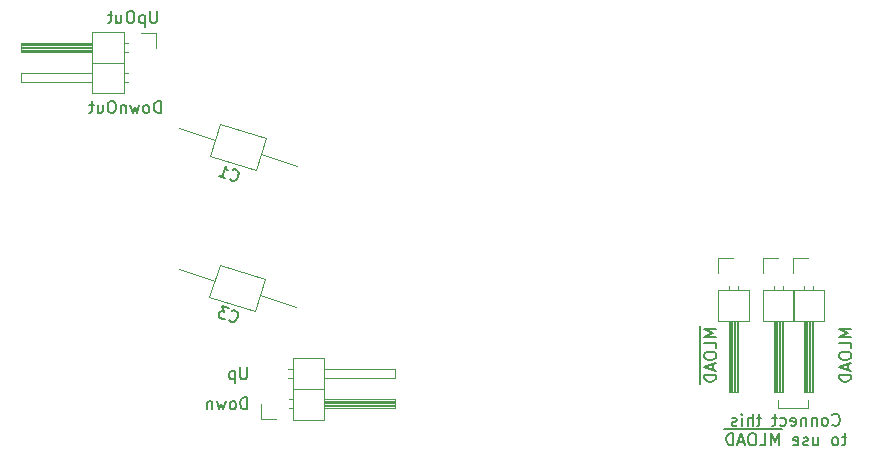
<source format=gbr>
%TF.GenerationSoftware,KiCad,Pcbnew,(5.1.8)-1*%
%TF.CreationDate,2025-01-30T22:58:19+03:00*%
%TF.ProjectId,Reg,5265672e-6b69-4636-9164-5f7063625858,rev?*%
%TF.SameCoordinates,Original*%
%TF.FileFunction,Legend,Bot*%
%TF.FilePolarity,Positive*%
%FSLAX46Y46*%
G04 Gerber Fmt 4.6, Leading zero omitted, Abs format (unit mm)*
G04 Created by KiCad (PCBNEW (5.1.8)-1) date 2025-01-30 22:58:19*
%MOMM*%
%LPD*%
G01*
G04 APERTURE LIST*
%ADD10C,0.120000*%
%ADD11C,0.150000*%
G04 APERTURE END LIST*
D10*
X113665000Y-48260000D02*
X113665000Y-47625000D01*
X116205000Y-48260000D02*
X113665000Y-48260000D01*
X116205000Y-47625000D02*
X116205000Y-48260000D01*
D11*
X118252380Y-49697142D02*
X118300000Y-49744761D01*
X118442857Y-49792380D01*
X118538095Y-49792380D01*
X118680952Y-49744761D01*
X118776190Y-49649523D01*
X118823809Y-49554285D01*
X118871428Y-49363809D01*
X118871428Y-49220952D01*
X118823809Y-49030476D01*
X118776190Y-48935238D01*
X118680952Y-48840000D01*
X118538095Y-48792380D01*
X118442857Y-48792380D01*
X118300000Y-48840000D01*
X118252380Y-48887619D01*
X117680952Y-49792380D02*
X117776190Y-49744761D01*
X117823809Y-49697142D01*
X117871428Y-49601904D01*
X117871428Y-49316190D01*
X117823809Y-49220952D01*
X117776190Y-49173333D01*
X117680952Y-49125714D01*
X117538095Y-49125714D01*
X117442857Y-49173333D01*
X117395238Y-49220952D01*
X117347619Y-49316190D01*
X117347619Y-49601904D01*
X117395238Y-49697142D01*
X117442857Y-49744761D01*
X117538095Y-49792380D01*
X117680952Y-49792380D01*
X116919047Y-49125714D02*
X116919047Y-49792380D01*
X116919047Y-49220952D02*
X116871428Y-49173333D01*
X116776190Y-49125714D01*
X116633333Y-49125714D01*
X116538095Y-49173333D01*
X116490476Y-49268571D01*
X116490476Y-49792380D01*
X116014285Y-49125714D02*
X116014285Y-49792380D01*
X116014285Y-49220952D02*
X115966666Y-49173333D01*
X115871428Y-49125714D01*
X115728571Y-49125714D01*
X115633333Y-49173333D01*
X115585714Y-49268571D01*
X115585714Y-49792380D01*
X114728571Y-49744761D02*
X114823809Y-49792380D01*
X115014285Y-49792380D01*
X115109523Y-49744761D01*
X115157142Y-49649523D01*
X115157142Y-49268571D01*
X115109523Y-49173333D01*
X115014285Y-49125714D01*
X114823809Y-49125714D01*
X114728571Y-49173333D01*
X114680952Y-49268571D01*
X114680952Y-49363809D01*
X115157142Y-49459047D01*
X113823809Y-49744761D02*
X113919047Y-49792380D01*
X114109523Y-49792380D01*
X114204761Y-49744761D01*
X114252380Y-49697142D01*
X114300000Y-49601904D01*
X114300000Y-49316190D01*
X114252380Y-49220952D01*
X114204761Y-49173333D01*
X114109523Y-49125714D01*
X113919047Y-49125714D01*
X113823809Y-49173333D01*
X113538095Y-49125714D02*
X113157142Y-49125714D01*
X113395238Y-48792380D02*
X113395238Y-49649523D01*
X113347619Y-49744761D01*
X113252380Y-49792380D01*
X113157142Y-49792380D01*
X112204761Y-49125714D02*
X111823809Y-49125714D01*
X112061904Y-48792380D02*
X112061904Y-49649523D01*
X112014285Y-49744761D01*
X111919047Y-49792380D01*
X111823809Y-49792380D01*
X111490476Y-49792380D02*
X111490476Y-48792380D01*
X111061904Y-49792380D02*
X111061904Y-49268571D01*
X111109523Y-49173333D01*
X111204761Y-49125714D01*
X111347619Y-49125714D01*
X111442857Y-49173333D01*
X111490476Y-49220952D01*
X110585714Y-49792380D02*
X110585714Y-49125714D01*
X110585714Y-48792380D02*
X110633333Y-48840000D01*
X110585714Y-48887619D01*
X110538095Y-48840000D01*
X110585714Y-48792380D01*
X110585714Y-48887619D01*
X110157142Y-49744761D02*
X110061904Y-49792380D01*
X109871428Y-49792380D01*
X109776190Y-49744761D01*
X109728571Y-49649523D01*
X109728571Y-49601904D01*
X109776190Y-49506666D01*
X109871428Y-49459047D01*
X110014285Y-49459047D01*
X110109523Y-49411428D01*
X110157142Y-49316190D01*
X110157142Y-49268571D01*
X110109523Y-49173333D01*
X110014285Y-49125714D01*
X109871428Y-49125714D01*
X109776190Y-49173333D01*
X119419047Y-50775714D02*
X119038095Y-50775714D01*
X119276190Y-50442380D02*
X119276190Y-51299523D01*
X119228571Y-51394761D01*
X119133333Y-51442380D01*
X119038095Y-51442380D01*
X118561904Y-51442380D02*
X118657142Y-51394761D01*
X118704761Y-51347142D01*
X118752380Y-51251904D01*
X118752380Y-50966190D01*
X118704761Y-50870952D01*
X118657142Y-50823333D01*
X118561904Y-50775714D01*
X118419047Y-50775714D01*
X118323809Y-50823333D01*
X118276190Y-50870952D01*
X118228571Y-50966190D01*
X118228571Y-51251904D01*
X118276190Y-51347142D01*
X118323809Y-51394761D01*
X118419047Y-51442380D01*
X118561904Y-51442380D01*
X116609523Y-50775714D02*
X116609523Y-51442380D01*
X117038095Y-50775714D02*
X117038095Y-51299523D01*
X116990476Y-51394761D01*
X116895238Y-51442380D01*
X116752380Y-51442380D01*
X116657142Y-51394761D01*
X116609523Y-51347142D01*
X116180952Y-51394761D02*
X116085714Y-51442380D01*
X115895238Y-51442380D01*
X115800000Y-51394761D01*
X115752380Y-51299523D01*
X115752380Y-51251904D01*
X115800000Y-51156666D01*
X115895238Y-51109047D01*
X116038095Y-51109047D01*
X116133333Y-51061428D01*
X116180952Y-50966190D01*
X116180952Y-50918571D01*
X116133333Y-50823333D01*
X116038095Y-50775714D01*
X115895238Y-50775714D01*
X115800000Y-50823333D01*
X114942857Y-51394761D02*
X115038095Y-51442380D01*
X115228571Y-51442380D01*
X115323809Y-51394761D01*
X115371428Y-51299523D01*
X115371428Y-50918571D01*
X115323809Y-50823333D01*
X115228571Y-50775714D01*
X115038095Y-50775714D01*
X114942857Y-50823333D01*
X114895238Y-50918571D01*
X114895238Y-51013809D01*
X115371428Y-51109047D01*
X113942857Y-50075000D02*
X112800000Y-50075000D01*
X113704761Y-51442380D02*
X113704761Y-50442380D01*
X113371428Y-51156666D01*
X113038095Y-50442380D01*
X113038095Y-51442380D01*
X112800000Y-50075000D02*
X111990476Y-50075000D01*
X112085714Y-51442380D02*
X112561904Y-51442380D01*
X112561904Y-50442380D01*
X111990476Y-50075000D02*
X110942857Y-50075000D01*
X111561904Y-50442380D02*
X111371428Y-50442380D01*
X111276190Y-50490000D01*
X111180952Y-50585238D01*
X111133333Y-50775714D01*
X111133333Y-51109047D01*
X111180952Y-51299523D01*
X111276190Y-51394761D01*
X111371428Y-51442380D01*
X111561904Y-51442380D01*
X111657142Y-51394761D01*
X111752380Y-51299523D01*
X111800000Y-51109047D01*
X111800000Y-50775714D01*
X111752380Y-50585238D01*
X111657142Y-50490000D01*
X111561904Y-50442380D01*
X110942857Y-50075000D02*
X110085714Y-50075000D01*
X110752380Y-51156666D02*
X110276190Y-51156666D01*
X110847619Y-51442380D02*
X110514285Y-50442380D01*
X110180952Y-51442380D01*
X110085714Y-50075000D02*
X109085714Y-50075000D01*
X109847619Y-51442380D02*
X109847619Y-50442380D01*
X109609523Y-50442380D01*
X109466666Y-50490000D01*
X109371428Y-50585238D01*
X109323809Y-50680476D01*
X109276190Y-50870952D01*
X109276190Y-51013809D01*
X109323809Y-51204285D01*
X109371428Y-51299523D01*
X109466666Y-51394761D01*
X109609523Y-51442380D01*
X109847619Y-51442380D01*
X107035000Y-41386428D02*
X107035000Y-42529285D01*
X108402380Y-41624523D02*
X107402380Y-41624523D01*
X108116666Y-41957857D01*
X107402380Y-42291190D01*
X108402380Y-42291190D01*
X107035000Y-42529285D02*
X107035000Y-43338809D01*
X108402380Y-43243571D02*
X108402380Y-42767380D01*
X107402380Y-42767380D01*
X107035000Y-43338809D02*
X107035000Y-44386428D01*
X107402380Y-43767380D02*
X107402380Y-43957857D01*
X107450000Y-44053095D01*
X107545238Y-44148333D01*
X107735714Y-44195952D01*
X108069047Y-44195952D01*
X108259523Y-44148333D01*
X108354761Y-44053095D01*
X108402380Y-43957857D01*
X108402380Y-43767380D01*
X108354761Y-43672142D01*
X108259523Y-43576904D01*
X108069047Y-43529285D01*
X107735714Y-43529285D01*
X107545238Y-43576904D01*
X107450000Y-43672142D01*
X107402380Y-43767380D01*
X107035000Y-44386428D02*
X107035000Y-45243571D01*
X108116666Y-44576904D02*
X108116666Y-45053095D01*
X108402380Y-44481666D02*
X107402380Y-44815000D01*
X108402380Y-45148333D01*
X107035000Y-45243571D02*
X107035000Y-46243571D01*
X108402380Y-45481666D02*
X107402380Y-45481666D01*
X107402380Y-45719761D01*
X107450000Y-45862619D01*
X107545238Y-45957857D01*
X107640476Y-46005476D01*
X107830952Y-46053095D01*
X107973809Y-46053095D01*
X108164285Y-46005476D01*
X108259523Y-45957857D01*
X108354761Y-45862619D01*
X108402380Y-45719761D01*
X108402380Y-45481666D01*
X119832380Y-41624523D02*
X118832380Y-41624523D01*
X119546666Y-41957857D01*
X118832380Y-42291190D01*
X119832380Y-42291190D01*
X119832380Y-43243571D02*
X119832380Y-42767380D01*
X118832380Y-42767380D01*
X118832380Y-43767380D02*
X118832380Y-43957857D01*
X118880000Y-44053095D01*
X118975238Y-44148333D01*
X119165714Y-44195952D01*
X119499047Y-44195952D01*
X119689523Y-44148333D01*
X119784761Y-44053095D01*
X119832380Y-43957857D01*
X119832380Y-43767380D01*
X119784761Y-43672142D01*
X119689523Y-43576904D01*
X119499047Y-43529285D01*
X119165714Y-43529285D01*
X118975238Y-43576904D01*
X118880000Y-43672142D01*
X118832380Y-43767380D01*
X119546666Y-44576904D02*
X119546666Y-45053095D01*
X119832380Y-44481666D02*
X118832380Y-44815000D01*
X119832380Y-45148333D01*
X119832380Y-45481666D02*
X118832380Y-45481666D01*
X118832380Y-45719761D01*
X118880000Y-45862619D01*
X118975238Y-45957857D01*
X119070476Y-46005476D01*
X119260952Y-46053095D01*
X119403809Y-46053095D01*
X119594285Y-46005476D01*
X119689523Y-45957857D01*
X119784761Y-45862619D01*
X119832380Y-45719761D01*
X119832380Y-45481666D01*
X68682976Y-48394880D02*
X68682976Y-47394880D01*
X68444880Y-47394880D01*
X68302023Y-47442500D01*
X68206785Y-47537738D01*
X68159166Y-47632976D01*
X68111547Y-47823452D01*
X68111547Y-47966309D01*
X68159166Y-48156785D01*
X68206785Y-48252023D01*
X68302023Y-48347261D01*
X68444880Y-48394880D01*
X68682976Y-48394880D01*
X67540119Y-48394880D02*
X67635357Y-48347261D01*
X67682976Y-48299642D01*
X67730595Y-48204404D01*
X67730595Y-47918690D01*
X67682976Y-47823452D01*
X67635357Y-47775833D01*
X67540119Y-47728214D01*
X67397261Y-47728214D01*
X67302023Y-47775833D01*
X67254404Y-47823452D01*
X67206785Y-47918690D01*
X67206785Y-48204404D01*
X67254404Y-48299642D01*
X67302023Y-48347261D01*
X67397261Y-48394880D01*
X67540119Y-48394880D01*
X66873452Y-47728214D02*
X66682976Y-48394880D01*
X66492500Y-47918690D01*
X66302023Y-48394880D01*
X66111547Y-47728214D01*
X65730595Y-47728214D02*
X65730595Y-48394880D01*
X65730595Y-47823452D02*
X65682976Y-47775833D01*
X65587738Y-47728214D01*
X65444880Y-47728214D01*
X65349642Y-47775833D01*
X65302023Y-47871071D01*
X65302023Y-48394880D01*
X68683095Y-44854880D02*
X68683095Y-45664404D01*
X68635476Y-45759642D01*
X68587857Y-45807261D01*
X68492619Y-45854880D01*
X68302142Y-45854880D01*
X68206904Y-45807261D01*
X68159285Y-45759642D01*
X68111666Y-45664404D01*
X68111666Y-44854880D01*
X67635476Y-45188214D02*
X67635476Y-46188214D01*
X67635476Y-45235833D02*
X67540238Y-45188214D01*
X67349761Y-45188214D01*
X67254523Y-45235833D01*
X67206904Y-45283452D01*
X67159285Y-45378690D01*
X67159285Y-45664404D01*
X67206904Y-45759642D01*
X67254523Y-45807261D01*
X67349761Y-45854880D01*
X67540238Y-45854880D01*
X67635476Y-45807261D01*
X61055000Y-14692380D02*
X61055000Y-15501904D01*
X61007380Y-15597142D01*
X60959761Y-15644761D01*
X60864523Y-15692380D01*
X60674047Y-15692380D01*
X60578809Y-15644761D01*
X60531190Y-15597142D01*
X60483571Y-15501904D01*
X60483571Y-14692380D01*
X60007380Y-15025714D02*
X60007380Y-16025714D01*
X60007380Y-15073333D02*
X59912142Y-15025714D01*
X59721666Y-15025714D01*
X59626428Y-15073333D01*
X59578809Y-15120952D01*
X59531190Y-15216190D01*
X59531190Y-15501904D01*
X59578809Y-15597142D01*
X59626428Y-15644761D01*
X59721666Y-15692380D01*
X59912142Y-15692380D01*
X60007380Y-15644761D01*
X58912142Y-14692380D02*
X58721666Y-14692380D01*
X58626428Y-14740000D01*
X58531190Y-14835238D01*
X58483571Y-15025714D01*
X58483571Y-15359047D01*
X58531190Y-15549523D01*
X58626428Y-15644761D01*
X58721666Y-15692380D01*
X58912142Y-15692380D01*
X59007380Y-15644761D01*
X59102619Y-15549523D01*
X59150238Y-15359047D01*
X59150238Y-15025714D01*
X59102619Y-14835238D01*
X59007380Y-14740000D01*
X58912142Y-14692380D01*
X57626428Y-15025714D02*
X57626428Y-15692380D01*
X58055000Y-15025714D02*
X58055000Y-15549523D01*
X58007380Y-15644761D01*
X57912142Y-15692380D01*
X57769285Y-15692380D01*
X57674047Y-15644761D01*
X57626428Y-15597142D01*
X57293095Y-15025714D02*
X56912142Y-15025714D01*
X57150238Y-14692380D02*
X57150238Y-15549523D01*
X57102619Y-15644761D01*
X57007380Y-15692380D01*
X56912142Y-15692380D01*
X61372380Y-23312380D02*
X61372380Y-22312380D01*
X61134285Y-22312380D01*
X60991428Y-22360000D01*
X60896190Y-22455238D01*
X60848571Y-22550476D01*
X60800952Y-22740952D01*
X60800952Y-22883809D01*
X60848571Y-23074285D01*
X60896190Y-23169523D01*
X60991428Y-23264761D01*
X61134285Y-23312380D01*
X61372380Y-23312380D01*
X60229523Y-23312380D02*
X60324761Y-23264761D01*
X60372380Y-23217142D01*
X60420000Y-23121904D01*
X60420000Y-22836190D01*
X60372380Y-22740952D01*
X60324761Y-22693333D01*
X60229523Y-22645714D01*
X60086666Y-22645714D01*
X59991428Y-22693333D01*
X59943809Y-22740952D01*
X59896190Y-22836190D01*
X59896190Y-23121904D01*
X59943809Y-23217142D01*
X59991428Y-23264761D01*
X60086666Y-23312380D01*
X60229523Y-23312380D01*
X59562857Y-22645714D02*
X59372380Y-23312380D01*
X59181904Y-22836190D01*
X58991428Y-23312380D01*
X58800952Y-22645714D01*
X58420000Y-22645714D02*
X58420000Y-23312380D01*
X58420000Y-22740952D02*
X58372380Y-22693333D01*
X58277142Y-22645714D01*
X58134285Y-22645714D01*
X58039047Y-22693333D01*
X57991428Y-22788571D01*
X57991428Y-23312380D01*
X57324761Y-22312380D02*
X57134285Y-22312380D01*
X57039047Y-22360000D01*
X56943809Y-22455238D01*
X56896190Y-22645714D01*
X56896190Y-22979047D01*
X56943809Y-23169523D01*
X57039047Y-23264761D01*
X57134285Y-23312380D01*
X57324761Y-23312380D01*
X57420000Y-23264761D01*
X57515238Y-23169523D01*
X57562857Y-22979047D01*
X57562857Y-22645714D01*
X57515238Y-22455238D01*
X57420000Y-22360000D01*
X57324761Y-22312380D01*
X56039047Y-22645714D02*
X56039047Y-23312380D01*
X56467619Y-22645714D02*
X56467619Y-23169523D01*
X56420000Y-23264761D01*
X56324761Y-23312380D01*
X56181904Y-23312380D01*
X56086666Y-23264761D01*
X56039047Y-23217142D01*
X55705714Y-22645714D02*
X55324761Y-22645714D01*
X55562857Y-22312380D02*
X55562857Y-23169523D01*
X55515238Y-23264761D01*
X55420000Y-23312380D01*
X55324761Y-23312380D01*
D10*
%TO.C,J10*%
X112335000Y-38270000D02*
X114995000Y-38270000D01*
X114995000Y-38270000D02*
X114995000Y-40930000D01*
X114995000Y-40930000D02*
X112335000Y-40930000D01*
X112335000Y-40930000D02*
X112335000Y-38270000D01*
X113285000Y-40930000D02*
X113285000Y-46930000D01*
X113285000Y-46930000D02*
X114045000Y-46930000D01*
X114045000Y-46930000D02*
X114045000Y-40930000D01*
X113345000Y-40930000D02*
X113345000Y-46930000D01*
X113465000Y-40930000D02*
X113465000Y-46930000D01*
X113585000Y-40930000D02*
X113585000Y-46930000D01*
X113705000Y-40930000D02*
X113705000Y-46930000D01*
X113825000Y-40930000D02*
X113825000Y-46930000D01*
X113945000Y-40930000D02*
X113945000Y-46930000D01*
X113285000Y-37940000D02*
X113285000Y-38270000D01*
X114045000Y-37940000D02*
X114045000Y-38270000D01*
X113665000Y-35560000D02*
X112395000Y-35560000D01*
X112395000Y-35560000D02*
X112395000Y-36830000D01*
%TO.C,J9*%
X108525000Y-38270000D02*
X111185000Y-38270000D01*
X111185000Y-38270000D02*
X111185000Y-40930000D01*
X111185000Y-40930000D02*
X108525000Y-40930000D01*
X108525000Y-40930000D02*
X108525000Y-38270000D01*
X109475000Y-40930000D02*
X109475000Y-46930000D01*
X109475000Y-46930000D02*
X110235000Y-46930000D01*
X110235000Y-46930000D02*
X110235000Y-40930000D01*
X109535000Y-40930000D02*
X109535000Y-46930000D01*
X109655000Y-40930000D02*
X109655000Y-46930000D01*
X109775000Y-40930000D02*
X109775000Y-46930000D01*
X109895000Y-40930000D02*
X109895000Y-46930000D01*
X110015000Y-40930000D02*
X110015000Y-46930000D01*
X110135000Y-40930000D02*
X110135000Y-46930000D01*
X109475000Y-37940000D02*
X109475000Y-38270000D01*
X110235000Y-37940000D02*
X110235000Y-38270000D01*
X109855000Y-35560000D02*
X108585000Y-35560000D01*
X108585000Y-35560000D02*
X108585000Y-36830000D01*
%TO.C,J8*%
X114935000Y-35560000D02*
X114935000Y-36830000D01*
X116205000Y-35560000D02*
X114935000Y-35560000D01*
X116585000Y-37940000D02*
X116585000Y-38270000D01*
X115825000Y-37940000D02*
X115825000Y-38270000D01*
X116485000Y-40930000D02*
X116485000Y-46930000D01*
X116365000Y-40930000D02*
X116365000Y-46930000D01*
X116245000Y-40930000D02*
X116245000Y-46930000D01*
X116125000Y-40930000D02*
X116125000Y-46930000D01*
X116005000Y-40930000D02*
X116005000Y-46930000D01*
X115885000Y-40930000D02*
X115885000Y-46930000D01*
X116585000Y-46930000D02*
X116585000Y-40930000D01*
X115825000Y-46930000D02*
X116585000Y-46930000D01*
X115825000Y-40930000D02*
X115825000Y-46930000D01*
X114875000Y-40930000D02*
X114875000Y-38270000D01*
X117535000Y-40930000D02*
X114875000Y-40930000D01*
X117535000Y-38270000D02*
X117535000Y-40930000D01*
X114875000Y-38270000D02*
X117535000Y-38270000D01*
%TO.C,C3*%
X65496665Y-38852642D02*
X66374273Y-36151642D01*
X66374273Y-36151642D02*
X70216542Y-37400070D01*
X70216542Y-37400070D02*
X69338933Y-40101071D01*
X69338933Y-40101071D02*
X65496665Y-38852642D01*
X62901599Y-36516378D02*
X65935469Y-37502142D01*
X72811608Y-39736335D02*
X69777737Y-38750571D01*
%TO.C,C1*%
X72875108Y-27798335D02*
X69841237Y-26812571D01*
X62965099Y-24578378D02*
X65998969Y-25564142D01*
X69402433Y-28163071D02*
X65560165Y-26914642D01*
X70280042Y-25462070D02*
X69402433Y-28163071D01*
X66437773Y-24213642D02*
X70280042Y-25462070D01*
X65560165Y-26914642D02*
X66437773Y-24213642D01*
%TO.C,J5*%
X58250000Y-16450000D02*
X58250000Y-21650000D01*
X58250000Y-21650000D02*
X55590000Y-21650000D01*
X55590000Y-21650000D02*
X55590000Y-16450000D01*
X55590000Y-16450000D02*
X58250000Y-16450000D01*
X55590000Y-17400000D02*
X49590000Y-17400000D01*
X49590000Y-17400000D02*
X49590000Y-18160000D01*
X49590000Y-18160000D02*
X55590000Y-18160000D01*
X55590000Y-17460000D02*
X49590000Y-17460000D01*
X55590000Y-17580000D02*
X49590000Y-17580000D01*
X55590000Y-17700000D02*
X49590000Y-17700000D01*
X55590000Y-17820000D02*
X49590000Y-17820000D01*
X55590000Y-17940000D02*
X49590000Y-17940000D01*
X55590000Y-18060000D02*
X49590000Y-18060000D01*
X58580000Y-17400000D02*
X58250000Y-17400000D01*
X58580000Y-18160000D02*
X58250000Y-18160000D01*
X58250000Y-19050000D02*
X55590000Y-19050000D01*
X55590000Y-19940000D02*
X49590000Y-19940000D01*
X49590000Y-19940000D02*
X49590000Y-20700000D01*
X49590000Y-20700000D02*
X55590000Y-20700000D01*
X58647071Y-19940000D02*
X58250000Y-19940000D01*
X58647071Y-20700000D02*
X58250000Y-20700000D01*
X60960000Y-17780000D02*
X60960000Y-16510000D01*
X60960000Y-16510000D02*
X59690000Y-16510000D01*
%TO.C,J6*%
X69850000Y-49212500D02*
X71120000Y-49212500D01*
X69850000Y-47942500D02*
X69850000Y-49212500D01*
X72162929Y-45022500D02*
X72560000Y-45022500D01*
X72162929Y-45782500D02*
X72560000Y-45782500D01*
X81220000Y-45022500D02*
X75220000Y-45022500D01*
X81220000Y-45782500D02*
X81220000Y-45022500D01*
X75220000Y-45782500D02*
X81220000Y-45782500D01*
X72560000Y-46672500D02*
X75220000Y-46672500D01*
X72230000Y-47562500D02*
X72560000Y-47562500D01*
X72230000Y-48322500D02*
X72560000Y-48322500D01*
X75220000Y-47662500D02*
X81220000Y-47662500D01*
X75220000Y-47782500D02*
X81220000Y-47782500D01*
X75220000Y-47902500D02*
X81220000Y-47902500D01*
X75220000Y-48022500D02*
X81220000Y-48022500D01*
X75220000Y-48142500D02*
X81220000Y-48142500D01*
X75220000Y-48262500D02*
X81220000Y-48262500D01*
X81220000Y-47562500D02*
X75220000Y-47562500D01*
X81220000Y-48322500D02*
X81220000Y-47562500D01*
X75220000Y-48322500D02*
X81220000Y-48322500D01*
X75220000Y-49272500D02*
X72560000Y-49272500D01*
X75220000Y-44072500D02*
X75220000Y-49272500D01*
X72560000Y-44072500D02*
X75220000Y-44072500D01*
X72560000Y-49272500D02*
X72560000Y-44072500D01*
%TO.C,C3*%
D11*
X67156928Y-40819078D02*
X67187501Y-40879082D01*
X67308651Y-40968516D01*
X67399228Y-40997946D01*
X67549808Y-40996803D01*
X67669815Y-40935656D01*
X67744534Y-40859794D01*
X67848683Y-40693356D01*
X67892828Y-40557491D01*
X67906400Y-40361622D01*
X67890542Y-40256330D01*
X67829395Y-40136323D01*
X67708245Y-40046889D01*
X67617668Y-40017459D01*
X67467088Y-40018602D01*
X67407084Y-40049175D01*
X67119496Y-39855593D02*
X66530746Y-39664297D01*
X66730044Y-40129610D01*
X66594179Y-40085464D01*
X66488887Y-40101323D01*
X66428884Y-40131896D01*
X66354165Y-40207758D01*
X66280590Y-40434200D01*
X66296448Y-40539492D01*
X66327021Y-40599495D01*
X66402883Y-40674214D01*
X66674613Y-40762504D01*
X66779905Y-40746646D01*
X66839909Y-40716073D01*
%TO.C,C1*%
X67220428Y-28881078D02*
X67251001Y-28941082D01*
X67372151Y-29030516D01*
X67462728Y-29059946D01*
X67613308Y-29058803D01*
X67733315Y-28997656D01*
X67808034Y-28921794D01*
X67912183Y-28755356D01*
X67956328Y-28619491D01*
X67969900Y-28423622D01*
X67954042Y-28318330D01*
X67892895Y-28198323D01*
X67771745Y-28108889D01*
X67681168Y-28079459D01*
X67530588Y-28080602D01*
X67470584Y-28111175D01*
X66285229Y-28677353D02*
X66828690Y-28853934D01*
X66556960Y-28765644D02*
X66865977Y-27814587D01*
X66912408Y-27979883D01*
X66973555Y-28099890D01*
X67049417Y-28174608D01*
%TD*%
M02*

</source>
